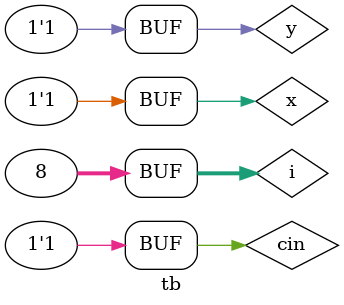
<source format=v>
`timescale 1ns/1ps
module tb;

    reg x;
    reg y;
    reg cin;

    wire cout_cont;
    wire sum_cont;

    wire cout_comb;
    wire sum_comb;
    
    full_adder_cont f_a_co(x, y, cin, cout_cont, sum_cont);
    full_adder_comb f_a_cb(x, y, cin, cout_comb, sum_comb);
    
    integer i;
    
    initial begin
        #10 x = 1; y = 1; cin = 1;
        $monitor("inputs x=%d, y=%d, cin=%d,,outputs (comb): cout = %d, sum = %d, (cont) cout = %d, sum = %d",x,y,cin,cout_cont,sum_cont,cout_comb,sum_comb);
        for (i=0;i<8;i=i+1) begin
            if (i%2==0) begin
                y = y + 1;
            end
            if (i%4==0) begin
                cin = cin + 1;
            end
            x = x + 1;
            #10;
        end
    end
endmodule
    
</source>
